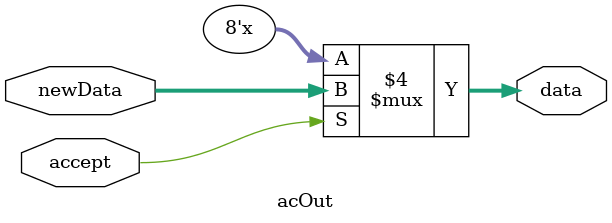
<source format=v>
module acOut ( //Main ALU output accumulator
    input[7:0] newData,
    input accept,
    output reg[7:0] data
);

always@(*)
    begin
        if (accept == 1)
            data <= newData;
        else
            data <= data;
    end

endmodule

</source>
